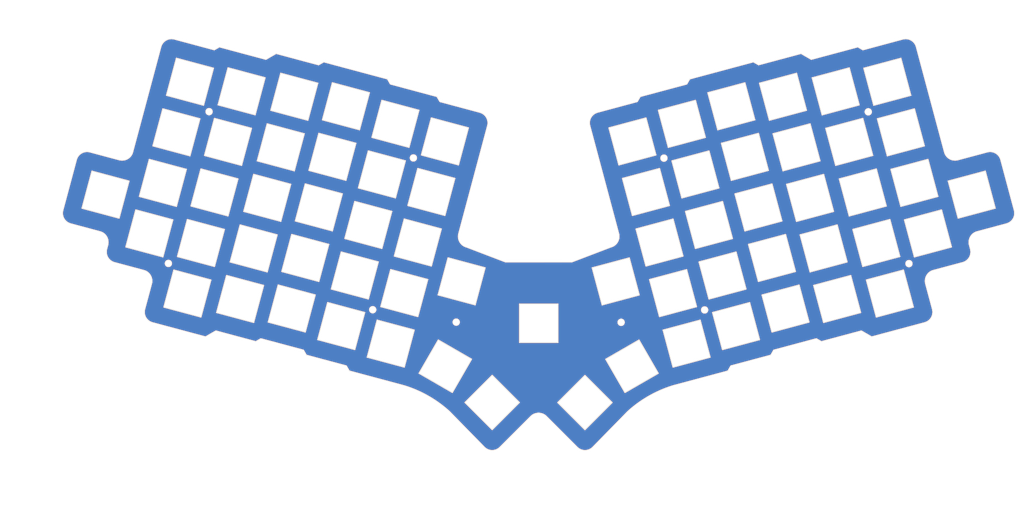
<source format=kicad_pcb>
(kicad_pcb (version 20240108) (generator "pcbnew") (generator_version "8.0")
  (title_block (title "Ashwing66") (date "2024-05-09") (rev "1") (company "James Gzowski"))
  (layers (0 "F.Cu" signal) (31 "B.Cu" signal) (34 "B.Paste" user) (35 "F.Paste" user) (36 "B.SilkS" user "B.Silkscreen") (37 "F.SilkS" user "F.Silkscreen") (38 "B.Mask" user) (39 "F.Mask" user) (44 "Edge.Cuts" user))
  (net 0 "")
  (net 1 "GND")
  (footprint "Button_Switch_Keyboard:SW_Cherry_Choc5_MX_1.00u_PCB_LED_3D2_CUTOUT_CLEAN_Lines" (layer "F.Cu") (at 238.124343 174.398212 15)
    (property "Reference" "K44" (hide yes))
    (property "Value" "Blank" (hide yes))
    (fp_poly (pts (xy -9.537 -1.918001) (xy 4.463 -1.918) (xy 4.463001 12.082) (xy -9.537 12.082)) (stroke (width 0.15)) (fill none) (layer "Edge.Cuts"))
  )
  (footprint "Button_Switch_Keyboard:SW_Cherry_Choc5_MX_1.00u_PCB_LED_3D2_CUTOUT_CLEAN_Lines" (layer "F.Cu") (at 89.766471 161.728587 -15)
    (property "Reference" "K49" (hide yes))
    (property "Value" "Blank" (hide yes))
    (fp_poly (pts (xy -9.536999 -1.918) (xy 4.462999 -1.918) (xy 4.463 12.082) (xy -9.537 12.082)) (stroke (width 0.15)) (fill none) (layer "Edge.Cuts"))
  )
  (footprint "Button_Switch_Keyboard:SW_Cherry_Choc5_MX_1.00u_PCB_LED_3D2_CUTOUT_CLEAN_Lines" (layer "F.Cu") (at 332.990009 160.415736 15)
    (property "Reference" "K58" (hide yes))
    (property "Value" "Blank" (hide yes))
    (fp_poly (pts (xy -9.537 -1.918001) (xy 4.463 -1.918) (xy 4.463001 12.082) (xy -9.537 12.082)) (stroke (width 0.15)) (fill none) (layer "Edge.Cuts"))
  )
  (footprint "Button_Switch_Keyboard:SW_Cherry_Choc5_MX_1.00u_PCB_LED_3D2_CUTOUT_CLEAN_Lines" (layer "F.Cu") (at 249.133858 141.84999 15)
    (property "Reference" "K22" (hide yes))
    (property "Value" "Blank" (hide yes))
    (fp_poly (pts (xy -9.537 -1.918001) (xy 4.463 -1.918) (xy 4.463001 12.082) (xy -9.537 12.082)) (stroke (width 0.15)) (fill none) (layer "Edge.Cuts"))
  )
  (footprint "Button_Switch_Keyboard:SW_Cherry_Choc5_MX_1.00u_PCB_LED_3D2_CUTOUT_CLEAN_Lines" (layer "F.Cu") (at 323.128999 123.613967 15)
    (property "Reference" "K26" (hide yes))
    (property "Value" "Blank" (hide yes))
    (fp_poly (pts (xy -9.537 -1.918001) (xy 4.463 -1.918) (xy 4.463001 12.082) (xy -9.537 12.082)) (stroke (width 0.15)) (fill none) (layer "Edge.Cuts"))
  )
  (footprint "Button_Switch_Keyboard:SW_Cherry_Choc5_MX_1.00u_PCB_LED_3D2_CUTOUT_CLEAN_Lines" (layer "F.Cu") (at 318.730742 180.802981 15)
    (property "Reference" "K74" (hide yes))
    (property "Value" "Blank" (hide yes))
    (fp_poly (pts (xy -9.537 -1.918001) (xy 4.463 -1.918) (xy 4.463001 12.082) (xy -9.537 12.082)) (stroke (width 0.15)) (fill none) (layer "Edge.Cuts"))
  )
  (footprint "Button_Switch_Keyboard:SW_Cherry_Choc5_MX_1.00u_PCB_LED_3D2_CUTOUT_CLEAN_Lines" (layer "F.Cu") (at 94.696974 143.327694 -15)
    (property "Reference" "K33" (hide yes))
    (property "Value" "Blank" (hide yes))
    (fp_poly (pts (xy -9.536999 -1.918) (xy 4.462999 -1.918) (xy 4.463 12.082) (xy -9.537 12.082)) (stroke (width 0.15)) (fill none) (layer "Edge.Cuts"))
  )
  (footprint "Button_Switch_Keyboard:SW_Cherry_Choc5_MX_1.00u_PCB_LED_3D2_CUTOUT_CLEAN_Lines" (layer "F.Cu") (at 80.838032 121.44645 -15)
    (property "Reference" "K16" (hide yes))
    (property "Value" "Blank" (hide yes))
    (fp_poly (pts (xy -9.536999 -1.918) (xy 4.462999 -1.918) (xy 4.463 12.082) (xy -9.537 12.082)) (stroke (width 0.15)) (fill none) (layer "Edge.Cuts"))
  )
  (footprint "Button_Switch_Keyboard:SW_Cherry_Choc5_MX_1.00u_PCB_LED_3D2_CUTOUT_CLEAN_Lines" (layer "F.Cu") (at 113.905585 145.292811 -15)
    (property "Reference" "K34" (hide yes))
    (property "Value" "Blank" (hide yes))
    (fp_poly (pts (xy -9.536999 -1.918) (xy 4.462999 -1.918) (xy 4.463 12.082) (xy -9.537 12.082)) (stroke (width 0.15)) (fill none) (layer "Edge.Cuts"))
  )
  (footprint "Button_Switch_Keyboard:SW_Cherry_Choc5_MX_1.00u_PCB_LED_3D2_CUTOUT_CLEAN_Lines" (layer "F.Cu") (at 85.777953 103.034935 -15)
    (property "Reference" "K0" (hide yes))
    (property "Value" "Blank" (hide yes))
    (fp_poly (pts (xy -9.536999 -1.918) (xy 4.462999 -1.918) (xy 4.463 12.082) (xy -9.537 12.082)) (stroke (width 0.15)) (fill none) (layer "Edge.Cuts"))
  )
  (footprint "Button_Switch_Keyboard:SW_Cherry_Choc5_MX_1.00u_PCB_LED_3D2_CUTOUT_CLEAN_Lines" (layer "F.Cu") (at 336.987953 101.732718 15)
    (property "Reference" "K11" (hide yes))
    (property "Value" "Blank" (hide yes))
    (fp_poly (pts (xy -9.537 -1.918001) (xy 4.463 -1.918) (xy 4.463001 12.082) (xy -9.537 12.082)) (stroke (width 0.15)) (fill none) (layer "Edge.Cuts"))
  )
  (footprint "Button_Switch_Keyboard:SW_Cherry_Choc5_MX_1.00u_PCB_LED_3D2_CUTOUT_CLEAN_Lines" (layer "F.Cu") (at 122.821069 185.574254 -15)
    (property "Reference" "K66" (hide yes))
    (property "Value" "Blank" (hide yes))
    (fp_poly (pts (xy -9.536999 -1.918) (xy 4.462999 -1.918) (xy 4.463 12.082) (xy -9.537 12.082)) (stroke (width 0.15)) (fill none) (layer "Edge.Cuts"))
  )
  (footprint "Button_Switch_Keyboard:SW_Cherry_Choc5_MX_1.00u_PCB_LED_3D2_CUTOUT_CLEAN_Lines" (layer "F.Cu") (at 150.697939 155.16444 -15)
    (property "Reference" "K36" (hide yes))
    (property "Value" "" (hide yes))
    (fp_poly (pts (xy -9.536999 -1.918) (xy 4.462999 -1.918) (xy 4.463 12.082) (xy -9.537 12.082)) (stroke (width 0.15)) (fill none) (layer "Edge.Cuts"))
  )
  (footprint "Button_Switch_Keyboard:SW_Cherry_Choc5_MX_1.00u_PCB_LED_3D2_CUTOUT_CLEAN_Lines" (layer "F.Cu") (at 244.203357 123.449111 15)
    (property "Reference" "K6" (hide yes))
    (property "Value" "Blank" (hide yes))
    (fp_poly (pts (xy -9.537 -1.918001) (xy 4.463 -1.918) (xy 4.463001 12.082) (xy -9.537 12.082)) (stroke (width 0.15)) (fill none) (layer "Edge.Cuts"))
  )
  (footprint "Button_Switch_Keyboard:SW_Cherry_Choc5_MX_1.00u_PCB_LED_3D2_CUTOUT_CLEAN_Lines" (layer "F.Cu") (at 318.195654 105.226992 15)
    (property "Reference" "K10" (hide yes))
    (property "Value" "Blank" (hide yes))
    (fp_poly (pts (xy -9.537 -1.918001) (xy 4.463 -1.918) (xy 4.463001 12.082) (xy -9.537 12.082)) (stroke (width 0.15)) (fill none) (layer "Edge.Cuts"))
  )
  (footprint "Button_Switch_Keyboard:SW_Cherry_Choc5_MX_1.00u_PCB_LED_3D2_CUTOUT_CLEAN_Lines" (layer "F.Cu") (at 211.497347 190.11095)
    (property "Reference" "K60" (hide yes))
    (property "Value" "Blank" (hide yes))
    (fp_poly (pts (xy -9.537001 -1.918001) (xy 4.463 -1.918) (xy 4.463001 12.082) (xy -9.537 12.081999)) (stroke (width 0.15)) (fill none) (layer "Edge.Cuts"))
  )
  (footprint "Button_Switch_Keyboard:SW_Cherry_Choc5_MX_1.00u_PCB_LED_3D2_CUTOUT_CLEAN_Lines" (layer "F.Cu") (at 341.918457 120.133602 15)
    (property "Reference" "K27" (hide yes))
    (property "Value" "Blank" (hide yes))
    (fp_poly (pts (xy -9.537 -1.918001) (xy 4.463 -1.918) (xy 4.463001 12.082) (xy -9.537 12.082)) (stroke (width 0.15)) (fill none) (layer "Edge.Cuts"))
  )
  (footprint "Button_Switch_Keyboard:SW_Cherry_Choc5_MX_1.00u_PCB_LED_3D2_CUTOUT_CLEAN_Lines" (layer "F.Cu") (at 145.776851 173.554693 -15)
    (property "Reference" "K52" (hide yes))
    (property "Value" "Blank" (hide yes))
    (fp_poly (pts (xy -9.536999 -1.918) (xy 4.462999 -1.918) (xy 4.463 12.082) (xy -9.537 12.082)) (stroke (width 0.15)) (fill none) (layer "Edge.Cuts"))
  )
  (footprint "Button_Switch_Keyboard:SW_Cherry_Choc5_MX_1.00u_PCB_LED_3D2_CUTOUT_CLEAN_Lines" (layer "F.Cu") (at 197.39991 222.233439 -45)
    (property "Reference" "K69" (hide yes))
    (property "Value" "Blank" (hide yes))
    (fp_poly (pts (xy -9.537 -1.918) (xy 4.463001 -1.917999) (xy 4.462999 12.082) (xy -9.537002 12.082001)) (stroke (width 0.15)) (fill none) (layer "Edge.Cuts"))
  )
  (footprint "Button_Switch_Keyboard:SW_Cherry_Choc5_MX_1.00u_PCB_LED_3D2_CUTOUT_CLEAN_Lines" (layer "F.Cu") (at 281.928968 190.663992 15)
    (property "Reference" "K72" (hide yes))
    (property "Value" "Blank" (hide yes))
    (fp_poly (pts (xy -9.537 -1.918001) (xy 4.463 -1.918) (xy 4.463001 12.082) (xy -9.537 12.082)) (stroke (width 0.15)) (fill none) (layer "Edge.Cuts"))
  )
  (footprint "Button_Switch_Keyboard:SW_Cherry_Choc5_MX_1.00u_PCB_LED_3D2_CUTOUT_CLEAN_Lines" (layer "F.Cu") (at 367.713385 142.812137 15)
    (property "Reference" "K44" (hide yes))
    (property "Value" "Blank" (hide yes))
    (fp_poly (pts (xy -9.537 -1.918001) (xy 4.463 -1.918) (xy 4.463001 12.082) (xy -9.537 12.082)) (stroke (width 0.15)) (fill none) (layer "Edge.Cuts"))
  )
  (footprint "Button_Switch_Keyboard:SW_Cherry_Choc5_MX_1.00u_PCB_LED_3D2_CUTOUT_CLEAN_Lines" (layer "F.Cu") (at 168.713806 161.556386 -15)
    (property "Reference" "K37" (hide yes))
    (property "Value" "Blank" (hide yes))
    (fp_poly (pts (xy -9.536999 -1.918) (xy 4.462999 -1.918) (xy 4.463 12.082) (xy -9.537 12.082)) (stroke (width 0.15)) (fill none) (layer "Edge.Cuts"))
  )
  (footprint "Button_Switch_Keyboard:SW_Cherry_Choc5_MX_1.00u_PCB_LED_3D2_CUTOUT_CLEAN_Lines" (layer "F.Cu") (at 267.137457 135.461333 15)
    (property "Reference" "K23" (hide yes))
    (property "Value" "Blank" (hide yes))
    (fp_poly (pts (xy -9.537 -1.918001) (xy 4.463 -1.918) (xy 4.463001 12.082) (xy -9.537 12.082)) (stroke (width 0.15)) (fill none) (layer "Edge.Cuts"))
  )
  (footprint "Button_Switch_Keyboard:SW_Cherry_Choc5_MX_1.00u_PCB_LED_3D2_CUTOUT_CLEAN_Lines" (layer "F.Cu") (at 277.001316 172.249194 15)
    (property "Reference" "K55" (hide yes))
    (property "Value" "Blank" (hide yes))
    (fp_poly (pts (xy -9.537 -1.918001) (xy 4.463 -1.918) (xy 4.463001 12.082) (xy -9.537 12.082)) (stroke (width 0.15)) (fill none) (layer "Edge.Cuts"))
  )
  (footprint "Button_Switch_Keyboard:SW_Cherry_Choc5_MX_1.00u_PCB_LED_3D2_CUTOUT_CLEAN_Lines" (layer "F.Cu") (at 254.064358 160.250881 15)
    (property "Reference" "K38" (hide yes))
    (property "Value" "Blank" (hide yes))
    (fp_poly (pts (xy -9.537 -1.918001) (xy 4.463 -1.918) (xy 4.463001 12.082) (xy -9.537 12.082)) (stroke (width 0.15)) (fill none) (layer "Edge.Cuts"))
  )
  (footprint "Button_Switch_Keyboard:SW_Cherry_Choc5_MX_1.00u_PCB_LED_3D2_CUTOUT_CLEAN_Lines" (layer "F.Cu") (at 155.637861 136.752927 -15)
    (property "Reference" "K20" (hide yes))
    (property "Value" "Blank" (hide yes))
    (fp_poly (pts (xy -9.536999 -1.918) (xy 4.462999 -1.918) (xy 4.463 12.082) (xy -9.537 12.082)) (stroke (width 0.15)) (fill none) (layer "Edge.Cuts"))
  )
  (footprint "Button_Switch_Keyboard:SW_Cherry_Choc5_MX_1.00u_PCB_LED_3D2_CUTOUT_CLEAN_Lines" (layer "F.Cu") (at 184.657959 175.691868 -15)
    (property "Reference" "K60" (hide yes))
    (property "Value" "Blank" (hide yes))
    (fp_poly (pts (xy -9.536999 -1.918) (xy 4.462999 -1.918) (xy 4.463 12.082) (xy -9.537 12.082)) (stroke (width 0.15)) (fill none) (layer "Edge.Cuts"))
  )
  (footprint "Button_Switch_Keyboard:SW_Cherry_Choc5_MX_1.00u_PCB_LED_3D2_CUTOUT_CLEAN_Lines" (layer "F.Cu") (at 173.64431 143.155501 -15)
    (property "Reference" "K21" (hide yes))
    (property "Value" "Blank" (hide yes))
    (fp_poly (pts (xy -9.536999 -1.918) (xy 4.462999 -1.918) (xy 4.463 12.082) (xy -9.537 12.082)) (stroke (width 0.15)) (fill none) (layer "Edge.Cuts"))
  )
  (footprint "Button_Switch_Keyboard:SW_Cherry_Choc5_MX_1.00u_PCB_LED_3D2_CUTOUT_CLEAN_Lines" (layer "F.Cu") (at 295.004911 165.860528 15)
    (property "Reference" "K56" (hide yes))
    (property "Value" "Blank" (hide yes))
    (fp_poly (pts (xy -9.537 -1.918001) (xy 4.463 -1.918) (xy 4.463001 12.082) (xy -9.537 12.082)) (stroke (width 0.15)) (fill none) (layer "Edge.Cuts"))
  )
  (footprint "Button_Switch_Keyboard:SW_Cherry_Choc5_MX_1.00u_PCB_LED_3D2_CUTOUT_CLEAN_Lines" (layer "F.Cu") (at 299.932571 184.275328 15)
    (property "Reference" "K73" (hide yes))
    (property "Value" "Blank" (hide yes))
    (fp_poly (pts (xy -9.537 -1.918001) (xy 4.463 -1.918) (xy 4.463001 12.082) (xy -9.537 12.082)) (stroke (width 0.15)) (fill none) (layer "Edge.Cuts"))
  )
  (footprint "Button_Switch_Keyboard:SW_Cherry_Choc5_MX_1.00u_PCB_LED_3D2_CUTOUT_CLEAN_Lines" (layer "F.Cu") (at 179.691589 207.707399 -30)
    (property "Reference" "K69" (hide yes))
    (property "Value" "Blank" (hide yes))
    (fp_poly (pts (xy -9.537 -1.918) (xy 4.463 -1.918) (xy 4.462999 12.081999) (xy -9.537 12.082)) (stroke (width 0.15)) (fill none) (layer "Edge.Cuts"))
  )
  (footprint "Button_Switch_Keyboard:SW_Cherry_Choc5_MX_1.00u_PCB_LED_3D2_CUTOUT_CLEAN_Lines" (layer "F.Cu") (at 258.992024 178.665682 15)
    (property "Reference" "K54" (hide yes))
    (property "Value" "Blank" (hide yes))
    (fp_poly (pts (xy -9.537 -1.918001) (xy 4.463 -1.918) (xy 4.463001 12.082) (xy -9.537 12.082)) (stroke (width 0.15)) (fill none) (layer "Edge.Cuts"))
  )
  (footprint "Button_Switch_Keyboard:SW_Cherry_Choc5_MX_1.00u_PCB_LED_3D2_CUTOUT_CLEAN_Lines" (layer "F.Cu") (at 158.852802 198.35816 -15)
    (property "Reference" "K68" (hide yes))
    (property "Value" "Blank" (hide yes))
    (fp_poly (pts (xy -9.536999 -1.918) (xy 4.462999 -1.918) (xy 4.463 12.082) (xy -9.537 12.082)) (stroke (width 0.15)) (fill none) (layer "Edge.Cuts"))
  )
  (footprint "Button_Switch_Keyboard:SW_Cherry_Choc5_MX_1.00u_PCB_LED_3D2_CUTOUT_CLEAN_Lines" (layer "F.Cu") (at 285.143914 129.05876 15)
    (property "Reference" "K24" (hide yes))
    (property "Value" "Blank" (hide yes))
    (fp_poly (pts (xy -9.537 -1.918001) (xy 4.463 -1.918) (xy 4.463001 12.082) (xy -9.537 12.082)) (stroke (width 0.15)) (fill none) (layer "Edge.Cuts"))
  )
  (footprint "Button_Switch_Keyboard:SW_Cherry_Choc5_MX_1.00u_PCB_LED_3D2_CUTOUT_CLEAN_Lines" (layer "F.Cu") (at 118.826672 126.902542 -15)
    (property "Reference" "K18" (hide yes))
    (property "Value" "Blank" (hide yes))
    (fp_poly (pts (xy -9.536999 -1.918) (xy 4.462999 -1.918) (xy 4.463 12.082) (xy -9.537 12.082)) (stroke (width 0.15)) (fill none) (layer "Edge.Cuts"))
  )
  (footprint "Button_Switch_Keyboard:SW_Cherry_Choc5_MX_1.00u_PCB_LED_3D2_CUTOUT_CLEAN_Lines" (layer "F.Cu") (at 160.568364 118.352043 -15)
    (property "Reference" "K4" (hide yes))
    (property "Value" "Blank" (hide yes))
    (fp_poly (pts (xy -9.536999 -1.918) (xy 4.462999 -1.918) (xy 4.463 12.082) (xy -9.537 12.082)) (stroke (width 0.15)) (fill none) (layer "Edge.Cuts"))
  )
  (footprint "Button_Switch_Keyboard:SW_Cherry_Choc5_MX_1.00u_PCB_LED_3D2_CUTOUT_CLEAN_Lines" (layer "F.Cu") (at 84.83597 180.129467 -15)
    (property "Reference" "K64" (hide yes))
    (property "Value" "Blank" (hide yes))
    (fp_poly (pts (xy -9.536999 -1.918) (xy 4.462999 -1.918) (xy 4.463 12.082) (xy -9.537 12.082)) (stroke (width 0.15)) (fill none) (layer "Edge.Cuts"))
  )
  (footprint "Button_Switch_Keyboard:SW_Cherry_Choc5_MX_1.00u_PCB_LED_3D2_CUTOUT_CLEAN_Lines" (layer "F.Cu") (at 351.779463 156.935383 15)
    (property "Reference" "K59" (hide yes))
    (property "Value" "Blank" (hide yes))
    (fp_poly (pts (xy -9.537 -1.918001) (xy 4.463 -1.918) (xy 4.463001 12.082) (xy -9.537 12.082)) (stroke (width 0.15)) (fill none) (layer "Edge.Cuts"))
  )
  (footprint "Button_Switch_Keyboard:SW_Cherry_Choc5_MX_1.00u_PCB_LED_3D2_CUTOUT_CLEAN_Lines" (layer "F.Cu") (at 328.056657 142.028761 15)
    (property "Reference" "K42" (hide yes))
    (property "Value" "Blank" (hide yes))
    (fp_poly (pts (xy -9.537 -1.918001) (xy 4.463 -1.918) (xy 4.463001 12.082) (xy -9.537 12.082)) (stroke (width 0.15)) (fill none) (layer "Edge.Cuts"))
  )
  (footprint "Button_Switch_Keyboard:SW_Cherry_Choc5_MX_1.00u_PCB_LED_3D2_CUTOUT_CLEAN_Lines" (layer "F.Cu") (at 127.751569 167.173375 -15)
    (property "Reference" "K51" (hide yes))
    (property "Value" "Blank" (hide yes))
    (fp_poly (pts (xy -9.536999 -1.918) (xy 4.462999 -1.918) (xy 4.463 12.082) (xy -9.537 12.082)) (stroke (width 0.15)) (fill none) (layer "Edge.Cuts"))
  )
  (footprint "Button_Switch_Keyboard:SW_Cherry_Choc5_MX_1.00u_PCB_LED_3D2_CUTOUT_CLEAN_Lines" (layer "F.Cu") (at 123.757166 108.501662 -15)
    (property "Reference" "K2" (hide yes))
    (property "Value" "Blank" (hide yes))
    (fp_poly (pts (xy -9.536999 -1.918) (xy 4.462999 -1.918) (xy 4.463 12.082) (xy -9.537 12.082)) (stroke (width 0.15)) (fill none) (layer "Edge.Cuts"))
  )
  (footprint "Button_Switch_Keyboard:SW_Cherry_Choc5_MX_1.00u_PCB_LED_3D2_CUTOUT_CLEAN_Lines" (layer "F.Cu") (at 346.848956 138.534494 15)
    (property "Reference" "K43" (hide yes))
    (property "Value" "Blank" (hide yes))
    (fp_poly (pts (xy -9.537 -1.918001) (xy 4.463 -1.918) (xy 4.463001 12.082) (xy -9.537 12.082)) (stroke (width 0.15)) (fill none) (layer "Edge.Cuts"))
  )
  (footprint "Button_Switch_Keyboard:SW_Cherry_Choc5_MX_1.00u_PCB_LED_3D2_CUTOUT_CLEAN_Lines" (layer "F.Cu") (at 140.836935 191.966213 -15)
    (property "Reference" "K67" (hide yes))
    (property "Value" "Blank" (hide yes))
    (fp_poly (pts (xy -9.536999 -1.918) (xy 4.462999 -1.918) (xy 4.463 12.082) (xy -9.537 12.082)) (stroke (width 0.15)) (fill none) (layer "Edge.Cuts"))
  )
  (footprint "Button_Switch_Keyboard:SW_Cherry_Choc5_MX_1.00u_PCB_LED_3D2_CUTOUT_CLEAN_Lines" (layer "F.Cu") (at 262.209805 117.04653 15)
    (property "Reference" "K7" (hide yes))
    (property "Value" "Blank" (hide yes))
    (fp_poly (pts (xy -9.537 -1.918001) (xy 4.463 -1.918) (xy 4.463001 12.082) (xy -9.537 12.082)) (stroke (width 0.15)) (fill none) (layer "Edge.Cuts"))
  )
  (footprint "Button_Switch_Keyboard:SW_Cherry_Choc5_MX_1.00u_PCB_LED_3D2_CUTOUT_CLEAN_Lines" (layer "F.Cu") (at 337.920518 178.816625 15)
    (property "Reference" "K75" (hide yes))
    (property "Value" "Blank" (hide yes))
    (fp_poly (pts (xy -9.537 -1.918001) (xy 4.463 -1.918) (xy 4.463001 12.082) (xy -9.537 12.082)) (stroke (width 0.15)) (fill none) (layer "Edge.Cuts"))
  )
  (footprint "Button_Switch_Keyboard:SW_Cherry_Choc5_MX_1.00u_PCB_LED_3D2_CUTOUT_CLEAN_Lines" (layer "F.Cu") (at 137.622001 130.360978 -15)
    (property "Reference" "K19" (hide yes))
    (property "Value" "Blank" (hide yes))
    (fp_poly (pts (xy -9.536999 -1.918) (xy 4.462999 -1.918) (xy 4.463 12.082) (xy -9.537 12.082)) (stroke (width 0.15)) (fill none) (layer "Edge.Cuts"))
  )
  (footprint "Button_Switch_Keyboard:SW_Cherry_Choc5_MX_1.00u_PCB_LED_3D2_CUTOUT_CLEAN_Lines" (layer "F.Cu") (at 299.011582 107.18553 15)
    (property "Reference" "K9" (hide yes))
    (property "Value" "Blank" (hide yes))
    (fp_poly (pts (xy -9.537 -1.918001) (xy 4.463 -1.918) (xy 4.463001 12.082) (xy -9.537 12.082)) (stroke (width 0.15)) (fill none) (layer "Edge.Cuts"))
  )
  (footprint "Button_Switch_Keyboard:SW_Cherry_Choc5_MX_1.00u_PCB_LED_3D2_CUTOUT_CLEAN_Lines" (layer "F.Cu") (at 104.03516 182.105209 -15)
    (property "Reference" "K65" (hide yes))
    (property "Value" "Blank" (hide yes))
    (fp_poly (pts (xy -9.536999 -1.918) (xy 4.462999 -1.918) (xy 4.463 12.082) (xy -9.537 12.082)) (stroke (width 0.15)) (fill none) (layer "Edge.Cuts"))
  )
  (footprint "Button_Switch_Keyboard:SW_Cherry_Choc5_MX_1.00u_PCB_LED_3D2_CUTOUT_CLEAN_Lines" (layer "F.Cu") (at 308.869738 144.001212 15)
    (property "Reference" "K41" (hide yes))
    (property "Value" "Blank" (hide yes))
    (fp_poly (pts (xy -9.537 -1.918001) (xy 4.463 -1.918) (xy 4.463001 12.082) (xy -9.537 12.082)) (stroke (width 0.15)) (fill none) (layer "Edge.Cuts"))
  )
  (footprint "Button_Switch_Keyboard:SW_Cherry_Choc5_MX_1.00u_PCB_LED_3D2_CUTOUT_CLEAN_Lines" (layer "F.Cu") (at 132.682079 148.772489 -15)
    (property "Reference" "K35" (hide yes))
    (property "Value" "Blank" (hide yes))
    (fp_poly (pts (xy -9.536999 -1.918) (xy 4.462999 -1.918) (xy 4.463 12.082) (xy -9.537 12.082)) (stroke (width 0.15)) (fill none) (layer "Edge.Cuts"))
  )
  (footprint "Button_Switch_Keyboard:SW_Cherry_Choc5_MX_1.00u_PCB_LED_3D2_CUTOUT_CLEAN_Lines" (layer "F.Cu") (at 55.037326 144.132443 -15)
    (property "Reference" "K60" (hide yes))
    (property "Value" "Blank" (hide yes))
    (fp_poly (pts (xy -9.536999 -1.918) (xy 4.462999 -1.918) (xy 4.463 12.082) (xy -9.537 12.082)) (stroke (width 0.15)) (fill none) (layer "Edge.Cuts"))
  )
  (footprint "Button_Switch_Keyboard:SW_Cherry_Choc5_MX_1.00u_PCB_LED_3D2_CUTOUT_CLEAN_Lines" (layer "F.Cu") (at 75.907531 139.847337 -15)
    (property "Reference" "K32" (hide yes))
    (property "Value" "Blank" (hide yes))
    (fp_poly (pts (xy -9.536999 -1.918) (xy 4.462999 -1.918) (xy 4.463 12.082) (xy -9.537 12.082)) (stroke (width 0.15)) (fill none) (layer "Edge.Cuts"))
  )
  (footprint "Button_Switch_Keyboard:SW_Cherry_Choc5_MX_1.00u_PCB_LED_3D2_CUTOUT_CLEAN_Lines" (layer "F.Cu") (at 70.986446 158.237596 -15)
    (property "Reference" "K48" (hide yes))
    (property "Value" "Blank" (hide yes))
    (fp_poly (pts (xy -9.536999 -1.918) (xy 4.462999 -1.918) (xy 4.463 12.082) (xy -9.537 12.082)) (stroke (width 0.15)) (fill none) (layer "Edge.Cuts"))
  )
  (footprint "Button_Switch_Keyboard:SW_Cherry_Choc5_MX_1.00u_PCB_LED_3D2_CUTOUT_CLEAN_Lines" (layer "F.Cu") (at 263.92537 197.052653 15)
    (property "Reference" "K71" (hide yes))
    (property "Value" "Blank" (hide yes))
    (fp_poly (pts (xy -9.537 -1.918001) (xy 4.463 -1.918) (xy 4.463001 12.082) (xy -9.537 12.082)) (stroke (width 0.15)) (fill none) (layer "Edge.Cuts"))
  )
  (footprint "Button_Switch_Keyboard:SW_Cherry_Choc5_MX_1.00u_PCB_LED_3D2_CUTOUT_CLEAN_Lines" (layer "F.Cu") (at 108.965656 163.70432 -15)
    (property "Reference" "K50" (hide yes))
    (property "Value" "Blank" (hide yes))
    (fp_poly (pts (xy -9.536999 -1.918) (xy 4.462999 -1.918) (xy 4.463 12.082) (xy -9.537 12.082)) (stroke (width 0.15)) (fill none) (layer "Edge.Cuts"))
  )
  (footprint "Button_Switch_Keyboard:SW_Cherry_Choc5_MX_1.00u_PCB_LED_3D2_CUTOUT_CLEAN_Lines" (layer "F.Cu") (at 163.78331 179.957271 -15)
    (property "Reference" "K53" (hide yes))
    (property "Value" "Blank" (hide yes))
    (fp_poly (pts (xy -9.536999 -1.918) (xy 4.462999 -1.918) (xy 4.463 12.082) (xy -9.537 12.082)) (stroke (width 0.15)) (fill none) (layer "Edge.Cuts"))
  )
  (footprint "Button_Switch_Keyboard:SW_Cherry_Choc5_MX_1.00u_PCB_LED_3D2_CUTOUT_CLEAN_Lines" (layer "F.Cu") (at 313.803086 162.388193 15)
    (property "Reference" "K57" (hide yes))
    (property "Value" "Blank" (hide yes))
    (fp_poly (pts (xy -9.537 -1.918001) (xy 4.463 -1.918) (xy 4.463001 12.082) (xy -9.537 12.082)) (stroke (width 0.15)) (fill none) (layer "Edge.Cuts"))
  )
  (footprint "Button_Switch_Keyboard:SW_Cherry_Choc5_MX_1.00u_PCB_LED_3D2_CUTOUT_CLEAN_Lines" (layer "F.Cu") (at 272.067969 153.862222 15)
    (property "Reference" "K39" (hide yes))
    (property "Value" "Blank" (hide yes))
    (fp_poly (pts (xy -9.537 -1.918001) (xy 4.463 -1.918) (xy 4.463001 12.082) (xy -9.537 12.082)) (stroke (width 0.15)) (fill none) (layer "Edge.Cuts"))
  )
  (footprint "Button_Switch_Keyboard:SW_Cherry_Choc5_MX_1.00u_PCB_LED_3D2_CUTOUT_CLEAN_Lines" (layer "F.Cu") (at 303.942088 125.586422 15)
    (property "Reference" "K25" (hide yes))
    (property "Value" "Blank" (hide yes))
    (fp_poly (pts (xy -9.537 -1.918001) (xy 4.463 -1.918) (xy 4.463001 12.082) (xy -9.537 12.082)) (stroke (width 0.15)) (fill none) (layer "Edge.Cuts"))
  )
  (footprint "Button_Switch_Keyboard:SW_Cherry_Choc5_MX_1.00u_PCB_LED_3D2_CUTOUT_CLEAN_Lines" (layer "F.Cu") (at 99.627482 124.926809 -15)
    (property "Reference" "K17" (hide yes))
    (property "Value" "Blank" (hide yes))
    (fp_poly (pts (xy -9.536999 -1.918) (xy 4.462999 -1.918) (xy 4.463 12.082) (xy -9.537 12.082)) (stroke (width 0.15)) (fill none) (layer "Edge.Cuts"))
  )
  (footprint "Button_Switch_Keyboard:SW_Cherry_Choc5_MX_1.00u_PCB_LED_3D2_CUTOUT_CLEAN_Lines" (layer "F.Cu") (at 178.574813 124.754611 -15)
    (property "Reference" "K5" (hide yes))
    (property "Value" "Blank" (hide yes))
    (fp_poly (pts (xy -9.536999 -1.918) (xy 4.462999 -1.918) (xy 4.463 12.082) (xy -9.537 12.082)) (stroke (width 0.15)) (fill none) (layer "Edge.Cuts"))
  )
  (footprint "Button_Switch_Keyboard:SW_Cherry_Choc5_MX_1.00u_PCB_LED_3D2_CUTOUT_CLEAN_Lines" (layer "F.Cu") (at 104.567402 106.515302 -15)
    (property "Reference" "K1" (hide yes))
    (property "Value" "Blank" (hide yes))
    (fp_poly (pts (xy -9.536999 -1.918) (xy 4.462999 -1.918) (xy 4.463 12.082) (xy -9.537 12.082)) (stroke (width 0.15)) (fill none) (layer "Edge.Cuts"))
  )
  (footprint "Button_Switch_Keyboard:SW_Cherry_Choc5_MX_1.00u_PCB_LED_3D2_CUTOUT_CLEAN_Lines" (layer "F.Cu") (at 280.213404 110.657872 15)
    (property "Reference" "K8" (hide yes))
    (property "Value" "Blank" (hide yes))
    (fp_poly (pts (xy -9.537 -1.918001) (xy 4.463 -1.918) (xy 4.463001 12.082) (xy -9.537 12.082)) (stroke (width 0.15)) (fill none) (layer "Edge.Cuts"))
  )
  (footprint "Button_Switch_Keyboard:SW_Cherry_Choc5_MX_1.00u_PCB_LED_3D2_CUTOUT_CLEAN_Lines" (layer "F.Cu") (at 223.989035 218.670858 45)
    (property "Reference" "K70" (hide yes))
    (property "Value" "Blank" (hide yes))
    (fp_poly (pts (xy -9.537 -1.918) (xy 4.463001 -1.917999) (xy 4.462999 12.082) (xy -9.537002 12.082001)) (stroke (width 0.15)) (fill none) (layer "Edge.Cuts"))
  )
  (footprint "Button_Switch_Keyboard:SW_Cherry_Choc5_MX_1.00u_PCB_LED_3D2_CUTOUT_CLEAN_Lines" (layer "F.Cu") (at 290.071564 147.473557 15)
    (property "Reference" "K40" (hide yes))
    (property "Value" "Blank" (hide yes))
    (fp_poly (pts (xy -9.537 -1.918001) (xy 4.463 -1.918) (xy 4.463001 12.082) (xy -9.537 12.082)) (stroke (width 0.15)) (fill none) (layer "Edge.Cuts"))
  )
  (footprint "Button_Switch_Keyboard:SW_Cherry_Choc5_MX_1.00u_PCB_LED_3D2_CUTOUT_CLEAN_Lines" (layer "F.Cu") (at 242.564169 205.181946 30)
    (property "Reference" "K70" (hide yes))
    (property "Value" "Blank" (hide yes))
    (fp_poly (pts (xy -9.537 -1.918) (xy 4.463 -1.918001) (xy 4.463 12.082) (xy -9.537 12.082001)) (stroke (width 0.15)) (fill none) (layer "Edge.Cuts"))
  )
  (footprint "Button_Switch_Keyboard:SW_Cherry_Choc5_MX_1.00u_PCB_LED_3D2_CUTOUT_CLEAN_Lines" (layer "F.Cu") (at 142.552503 111.960088 -15)
    (property "Reference" "K3" (hide yes))
    (property "Value" "Blank" (hide yes))
    (fp_poly (pts (xy -9.536999 -1.918) (xy 4.462999 -1.918) (xy 4.463 12.082) (xy -9.537 12.082)) (stroke (width 0.15)) (fill none) (layer "Edge.Cuts"))
  )
  (gr_line (start 49.266632 161.8584) (end 38.579805 158.991659) (stroke (width 0.1)) (layer "Edge.Cuts"))
  (gr_line (start 90.852715 95.664243) (end 92.702077 94.59651) (stroke (width 0.1)) (layer "Edge.Cuts"))
  (gr_line (start 40.679689 135.67495) (end 35.74825 154.091839) (stroke (width 0.1)) (layer "Edge.Cuts"))
  (gr_line (start 330.142493 200.160199) (end 326.393 197.989927) (stroke (width 0.1)) (layer "Edge.Cuts"))
  (gr_line (start 65.193143 175.954279) (end 54.540071 173.099797) (stroke (width 0.1)) (layer "Edge.Cuts"))
  (gr_line (start 68.021568 180.853257) (end 65.54377 190.088024) (stroke (width 0.1)) (layer "Edge.Cuts"))
  (gr_line (start 113.367644 96.986594) (end 128.832116 101.130284) (stroke (width 0.1)) (layer "Edge.Cuts"))
  (gr_line (start 287.115521 100.048412) (end 288.989381 101.130285) (stroke (width 0.1)) (layer "Edge.Cuts"))
  (gr_arc (start 382.073247 154.091842) (mid 381.672823 157.128511) (end 379.241693 158.991657) (stroke (width 0.1)) (layer "Edge.Cuts"))
  (gr_line (start 363.281424 173.099798) (end 352.628352 175.95428) (stroke (width 0.1)) (layer "Edge.Cuts"))
  (gr_circle (center 238.960346 194.860022) (end 240.110345 194.84827) (stroke (width 0.1)) (fill none) (layer "Edge.Cuts"))
  (gr_line (start 330.142493 200.160199) (end 349.446176 194.987842) (stroke (width 0.1)) (layer "Edge.Cuts"))
  (gr_line (start 211.744925 229.105402) (end 222.970444 240.335984) (stroke (width 0.1)) (layer "Edge.Cuts"))
  (gr_line (start 244.83877 114.51332) (end 230.396318 118.393504) (stroke (width 0.1)) (layer "Edge.Cuts"))
  (gr_line (start 92.702077 94.59651) (end 109.644416 99.136199) (stroke (width 0.1)) (layer "Edge.Cuts"))
  (gr_line (start 90.852715 95.664243) (end 76.317948 91.759731) (stroke (width 0.1)) (layer "Edge.Cuts"))
  (gr_line (start 107.812458 200.827085) (end 123.315571 204.981131) (stroke (width 0.1)) (layer "Edge.Cuts"))
  (gr_line (start 154.962997 108.121684) (end 153.897856 106.26266) (stroke (width 0.1)) (layer "Edge.Cuts"))
  (gr_arc (start 206.085784 229.107698) (mid 208.914881 227.933846) (end 211.744925 229.105402) (stroke (width 0.1)) (layer "Edge.Cuts"))
  (gr_circle (center 328.920346 118.240022) (end 330.070346 118.228271) (stroke (width 0.1)) (fill none) (layer "Edge.Cuts"))
  (gr_line (start 277.823626 212.577673) (end 257.935209 217.90676) (stroke (width 0.1)) (layer "Edge.Cuts"))
  (gr_arc (start 194.851052 240.335989) (mid 192.021956 241.50977) (end 189.191911 240.338279) (stroke (width 0.1)) (layer "Edge.Cuts"))
  (gr_arc (start 65.193143 175.954279) (mid 67.621967 177.817982) (end 68.021568 180.853257) (stroke (width 0.1)) (layer "Edge.Cuts"))
  (gr_line (start 176.446856 227.322274) (end 189.191911 240.338279) (stroke (width 0.1)) (layer "Edge.Cuts"))
  (gr_line (start 71.415845 94.587321) (end 61.16921 132.879671) (stroke (width 0.1)) (layer "Edge.Cuts"))
  (gr_line (start 182.669247 167.451183) (end 196.880346 172.880022) (stroke (width 0.1)) (layer "Edge.Cuts"))
  (gr_line (start 138.923073 210.71606) (end 139.997876 212.577678) (stroke (width 0.1)) (layer "Edge.Cuts"))
  (gr_line (start 68.37532 194.98784) (end 87.679004 200.1602) (stroke (width 0.1)) (layer "Edge.Cuts"))
  (gr_arc (start 71.415845 94.587321) (mid 73.280939 92.15767) (end 76.317948 91.759731) (stroke (width 0.1)) (layer "Edge.Cuts"))
  (gr_line (start 91.428498 197.989927) (end 87.679004 200.1602) (stroke (width 0.1)) (layer "Edge.Cuts"))
  (gr_line (start 325.11942 94.596513) (end 326.968783 95.66424) (stroke (width 0.1)) (layer "Edge.Cuts"))
  (gr_circle (center 178.930346 194.790023) (end 180.080345 194.77827) (stroke (width 0.1)) (fill none) (layer "Edge.Cuts"))
  (gr_line (start 310.00904 200.827085) (end 311.844516 201.888186) (stroke (width 0.1)) (layer "Edge.Cuts"))
  (gr_line (start 379.241693 158.991657) (end 368.554866 161.858402) (stroke (width 0.1)) (layer "Edge.Cuts"))
  (gr_line (start 341.503546 91.759729) (end 326.968783 95.66424) (stroke (width 0.1)) (layer "Edge.Cuts"))
  (gr_line (start 308.177079 99.136197) (end 325.11942 94.596513) (stroke (width 0.1)) (layer "Edge.Cuts"))
  (gr_circle (center 163.340346 135.021774) (end 164.490346 135.010022) (stroke (width 0.1)) (fill none) (layer "Edge.Cuts"))
  (gr_circle (center 74.160345 173.420022) (end 75.310345 173.408271) (stroke (width 0.1)) (fill none) (layer "Edge.Cuts"))
  (gr_arc (start 372.239704 132.847363) (mid 375.276673 133.245366) (end 377.14181 135.674947) (stroke (width 0.1)) (layer "Edge.Cuts"))
  (gr_line (start 228.629587 240.338277) (end 241.374638 227.322275) (stroke (width 0.1)) (layer "Edge.Cuts"))
  (gr_arc (start 227.564767 123.293321) (mid 227.96516 120.256634) (end 230.396318 118.393504) (stroke (width 0.1)) (layer "Edge.Cuts"))
  (gr_line (start 172.982727 114.513321) (end 171.914993 112.663956) (stroke (width 0.1)) (layer "Edge.Cuts"))
  (gr_line (start 294.505941 204.98114) (end 293.446908 206.81781) (stroke (width 0.1)) (layer "Edge.Cuts"))
  (gr_arc (start 241.374638 227.322275) (mid 249.13406 221.698388) (end 257.935211 217.906757) (stroke (width 0.1)) (layer "Edge.Cuts"))
  (gr_arc (start 61.16921 132.879671) (mid 59.305502 135.308485) (end 56.270234 135.708101) (stroke (width 0.1)) (layer "Edge.Cuts"))
  (gr_line (start 128.832116 101.130284) (end 130.705976 100.048411) (stroke (width 0.1)) (layer "Edge.Cuts"))
  (gr_line (start 105.97698 201.888185) (end 91.428498 197.989927) (stroke (width 0.1)) (layer "Edge.Cuts"))
  (gr_line (start 52.095058 166.757383) (end 51.708517 168.199981) (stroke (width 0.1)) (layer "Edge.Cuts"))
  (gr_circle (center 88.970346 118.170023) (end 90.120345 118.15827) (stroke (width 0.1)) (fill none) (layer "Edge.Cuts"))
  (gr_arc (start 238.059871 162.5422) (mid 237.660275 165.577481) (end 235.231444 167.441183) (stroke (width 0.1)) (layer "Edge.Cuts"))
  (gr_line (start 56.270234 135.708101) (end 45.581794 132.84736) (stroke (width 0.1)) (layer "Edge.Cuts"))
  (gr_line (start 277.823626 212.577673) (end 278.898423 210.716065) (stroke (width 0.1)) (layer "Edge.Cuts"))
  (gr_line (start 109.644416 99.136199) (end 113.367644 96.986594) (stroke (width 0.1)) (layer "Edge.Cuts"))
  (gr_line (start 263.923641 106.262659) (end 287.115521 100.048412) (stroke (width 0.1)) (layer "Edge.Cuts"))
  (gr_line (start 124.374591 206.817808) (end 123.315557 204.98114) (stroke (width 0.1)) (layer "Edge.Cuts"))
  (gr_line (start 365.72644 166.757383) (end 366.112981 168.19998) (stroke (width 0.1)) (layer "Edge.Cuts"))
  (gr_arc (start 349.799927 180.853256) (mid 350.199535 177.817993) (end 352.628352 175.95428) (stroke (width 0.1)) (layer "Edge.Cuts"))
  (gr_arc (start 365.72644 166.757383) (mid 366.125983 163.722063) (end 368.554866 161.858402) (stroke (width 0.1)) (layer "Edge.Cuts"))
  (gr_line (start 124.374591 206.817808) (end 138.923073 210.71606) (stroke (width 0.1)) (layer "Edge.Cuts"))
  (gr_line (start 294.505927 204.981128) (end 310.00904 200.827085) (stroke (width 0.1)) (layer "Edge.Cuts"))
  (gr_circle (center 148.530346 190.270022) (end 149.680346 190.25827) (stroke (width 0.1)) (fill none) (layer "Edge.Cuts"))
  (gr_arc (start 182.669247 167.451183) (mid 180.240418 165.58748) (end 179.840821 162.552201) (stroke (width 0.1)) (layer "Edge.Cuts"))
  (gr_line (start 262.8585 108.121682) (end 245.9065 112.66396) (stroke (width 0.1)) (layer "Edge.Cuts"))
  (gr_arc (start 187.504374 118.403505) (mid 189.935532 120.266634) (end 190.335925 123.303321) (stroke (width 0.1)) (layer "Edge.Cuts"))
  (gr_line (start 245.9065 112.66396) (end 244.83877 114.51332) (stroke (width 0.1)) (layer "Edge.Cuts"))
  (gr_arc (start 49.266632 161.8584) (mid 51.695462 163.722103) (end 52.095058 166.757383) (stroke (width 0.1)) (layer "Edge.Cuts"))
  (gr_line (start 105.97698 201.888185) (end 107.812458 200.827085) (stroke (width 0.1)) (layer "Edge.Cuts"))
  (gr_line (start 304.453855 96.986592) (end 308.177079 99.136197) (stroke (width 0.1)) (layer "Edge.Cuts"))
  (gr_arc (start 228.629587 240.338277) (mid 225.799539 241.509887) (end 222.970444 240.335984) (stroke (width 0.1)) (layer "Edge.Cuts"))
  (gr_line (start 187.504374 118.403505) (end 172.982727 114.513321) (stroke (width 0.1)) (layer "Edge.Cuts"))
  (gr_circle (center 254.540346 135.090022) (end 255.690345 135.07827) (stroke (width 0.1)) (fill none) (layer "Edge.Cuts"))
  (gr_line (start 372.239704 132.847363) (end 361.551263 135.708102) (stroke (width 0.1)) (layer "Edge.Cuts"))
  (gr_arc (start 352.277726 190.088026) (mid 351.877311 193.124699) (end 349.446176 194.987842) (stroke (width 0.1)) (layer "Edge.Cuts"))
  (gr_arc (start 361.551263 135.708102) (mid 358.515956 135.30854) (end 356.652286 132.879672) (stroke (width 0.1)) (layer "Edge.Cuts"))
  (gr_line (start 171.914993 112.663956) (end 154.962997 108.121684) (stroke (width 0.1)) (layer "Edge.Cuts"))
  (gr_arc (start 366.112981 168.19998) (mid 365.712538 171.236651) (end 363.281424 173.099798) (stroke (width 0.1)) (layer "Edge.Cuts"))
  (gr_line (start 190.335925 123.303321) (end 179.840821 162.552201) (stroke (width 0.1)) (layer "Edge.Cuts"))
  (gr_arc (start 68.37532 194.98784) (mid 65.944213 193.124681) (end 65.54377 190.088024) (stroke (width 0.1)) (layer "Edge.Cuts"))
  (gr_line (start 278.898423 210.716065) (end 293.446908 206.81781) (stroke (width 0.1)) (layer "Edge.Cuts"))
  (gr_line (start 221.020346 172.870022) (end 235.231444 167.441183) (stroke (width 0.1)) (layer "Edge.Cuts"))
  (gr_arc (start 38.579805 158.991659) (mid 36.148694 157.1285) (end 35.74825 154.091839) (stroke (width 0.1)) (layer "Edge.Cuts"))
  (gr_line (start 159.886286 217.906755) (end 139.997876 212.577678) (stroke (width 0.1)) (layer "Edge.Cuts"))
  (gr_line (start 221.020346 172.870022) (end 196.880346 172.880022) (stroke (width 0.1)) (layer "Edge.Cuts"))
  (gr_line (start 326.393 197.989927) (end 311.844516 201.888186) (stroke (width 0.1)) (layer "Edge.Cuts"))
  (gr_arc (start 159.886286 217.906755) (mid 168.68744 221.698379) (end 176.446856 227.322274) (stroke (width 0.1)) (layer "Edge.Cuts"))
  (gr_line (start 130.705976 100.048411) (end 153.897856 106.26266) (stroke (width 0.1)) (layer "Edge.Cuts"))
  (gr_circle (center 343.730346 173.490022) (end 344.880346 173.478269) (stroke (width 0.1)) (fill none) (layer "Edge.Cuts"))
  (gr_line (start 263.923641 106.262659) (end 262.8585 108.121682) (stroke (width 0.1)) (layer "Edge.Cuts"))
  (gr_arc (start 341.503546 91.759729) (mid 344.540608 92.157601) (end 346.405651 94.587319) (stroke (width 0.1)) (layer "Edge.Cuts"))
  (gr_circle (center 269.350346 190.350022) (end 270.500345 190.33827) (stroke (width 0.1)) (fill none) (layer "Edge.Cuts"))
  (gr_line (start 238.059871 162.5422) (end 227.564767 123.293321) (stroke (width 0.1)) (layer "Edge.Cuts"))
  (gr_arc (start 54.540071 173.099797) (mid 52.108969 171.236635) (end 51.708517 168.199981) (stroke (width 0.1)) (layer "Edge.Cuts"))
  (gr_arc (start 40.679689 135.67495) (mid 42.544785 133.245302) (end 45.581794 132.84736) (stroke (width 0.1)) (layer "Edge.Cuts"))
  (gr_line (start 288.989381 101.130285) (end 304.453855 96.986592) (stroke (width 0.1)) (layer "Edge.Cuts"))
  (gr_line (start 352.277726 190.088026) (end 349.799927 180.853256) (stroke (width 0.1)) (layer "Edge.Cuts"))
  (gr_line (start 382.073247 154.091842) (end 377.14181 135.674947) (stroke (width 0.1)) (layer "Edge.Cuts"))
  (gr_line (start 356.652286 132.879672) (end 346.405651 94.587319) (stroke (width 0.1)) (layer "Edge.Cuts"))
  (gr_line (start 194.851052 240.335989) (end 206.085784 229.107698) (stroke (width 0.1)) (layer "Edge.Cuts"))
  (zone (net 1) (net_name "GND") (layers "F&B.Cu") (connect_pads (clearance 0.25)) (min_thickness 0.25) (fill yes (thermal_gap 0.5) (thermal_bridge_width 0.5))
    (polygon (pts (xy 54.480345 77.530022) (xy 345.460346 79.590022) (xy 383.060345 120.790022) (xy 385.630345 157.870022) (xy 351.640346 217.090021) (xy 204.440346 268.590023) (xy 12.860346 176.400021) (xy 54.480346 78.040023)))
  )
)
</source>
